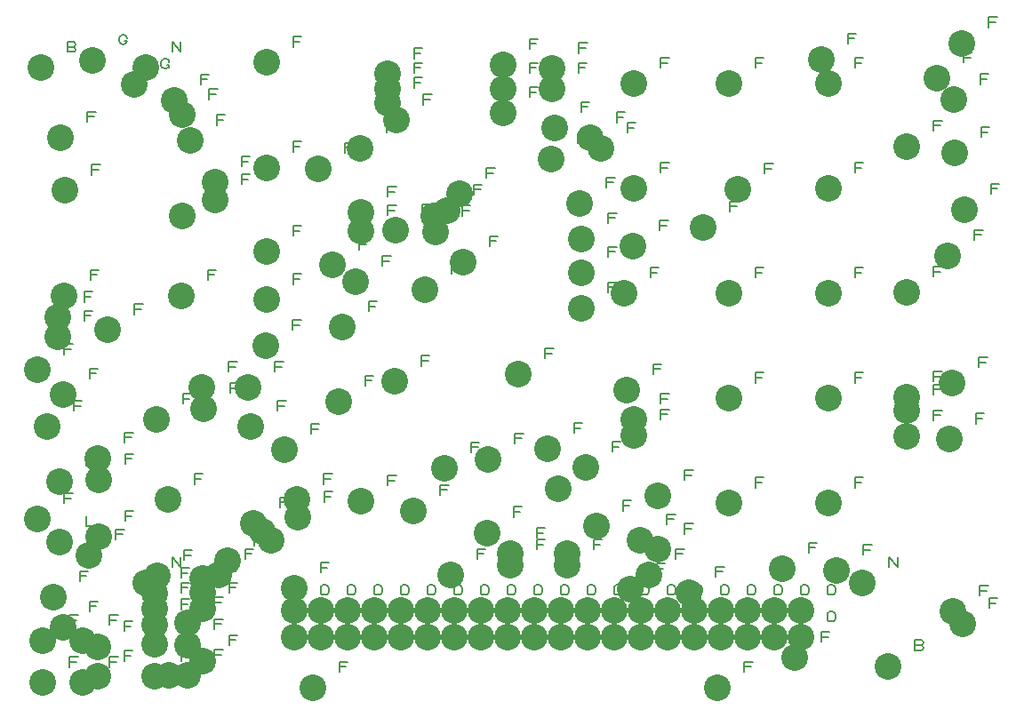
<source format=gbr>
G04 DesignSpark PCB PRO Gerber Version 10.0 Build 5299*
G04 #@! TF.Part,Single*
G04 #@! TF.FileFunction,Drillmap*
G04 #@! TF.FilePolarity,Positive*
%FSLAX35Y35*%
%MOIN*%
%ADD119C,0.00500*%
G04 #@! TA.AperFunction,ViaPad*
%ADD118C,0.10000*%
G04 #@! TD.AperFunction*
X0Y0D02*
D02*
D118*
X20578Y73229D03*
X20579Y129134D03*
X21759Y242520D03*
X22547Y11811D03*
Y27559D03*
X24122Y107874D03*
X26287Y44095D03*
X28059Y141733D03*
Y148819D03*
X28858Y64606D03*
Y87362D03*
X29240Y216339D03*
X30028Y32677D03*
Y120079D03*
X30421Y157087D03*
X30815Y196457D03*
X37508Y11811D03*
Y27559D03*
X39870Y59646D03*
X41051Y245276D03*
X43020Y14173D03*
Y25197D03*
X43216Y96063D03*
X43413Y66536D03*
Y87993D03*
X46838Y144134D03*
X56799Y236221D03*
X60933Y49409D03*
X60933Y242717D03*
X64279Y14173D03*
Y26378D03*
Y33465D03*
Y39764D03*
Y45276D03*
X65067Y110630D03*
X65460Y51969D03*
X69398Y80512D03*
X69791Y14567D03*
X71759Y230315D03*
X74319Y157087D03*
X74909Y186811D03*
Y224804D03*
X76878Y14567D03*
Y25984D03*
Y34252D03*
X77665Y215158D03*
X82193Y122638D03*
X82389Y20079D03*
Y39764D03*
Y45669D03*
Y50788D03*
X82783Y114567D03*
X86960Y192914D03*
Y199607D03*
X88295Y52363D03*
X91838Y57481D03*
X99515Y122638D03*
X100500Y107874D03*
X101287Y71654D03*
X104633Y68504D03*
X106208Y138189D03*
X106405Y155512D03*
Y173622D03*
Y205119D03*
Y244489D03*
X108177Y65355D03*
X113098Y99213D03*
X116618Y28859D03*
Y38859D03*
X116641Y47244D03*
X117822Y80512D03*
X118019Y73820D03*
X123728Y10040D03*
X125696Y204725D03*
X126618Y28859D03*
Y38859D03*
X131208Y168504D03*
X133374Y117323D03*
X134751Y145276D03*
X136618Y28859D03*
Y38859D03*
X139870Y162205D03*
X141444Y212224D03*
X141838Y79922D03*
Y181299D03*
Y188189D03*
X146618Y28859D03*
Y38859D03*
X151680Y229135D03*
Y234646D03*
Y240158D03*
X154437Y124804D03*
X154830Y181496D03*
X155224Y222835D03*
X156618Y28859D03*
Y38859D03*
X161523Y76378D03*
X165854Y159449D03*
X166618Y28859D03*
Y38859D03*
X169004Y187008D03*
X169791Y181103D03*
X173137Y92323D03*
X174122Y188976D03*
X175303Y52363D03*
X176618Y28859D03*
Y38859D03*
X178846Y195276D03*
X180028Y169685D03*
X186618Y28859D03*
Y38859D03*
X189082Y68111D03*
X189476Y95670D03*
X194988Y225591D03*
Y234646D03*
Y243701D03*
X196618Y28859D03*
Y38859D03*
X197744Y55906D03*
Y60237D03*
X200894Y127559D03*
X206618Y28859D03*
Y38859D03*
X211720Y99607D03*
X213098Y208268D03*
X213295Y234646D03*
X213492Y242126D03*
X214279Y220079D03*
X215854Y84646D03*
X216618Y28859D03*
Y38859D03*
X219004Y55906D03*
Y60237D03*
X223925Y191733D03*
X224516Y152362D03*
Y165748D03*
Y178346D03*
X226090Y92520D03*
X226618Y28859D03*
Y38859D03*
X227665Y216142D03*
X230027Y70473D03*
X231602Y212205D03*
X236618Y28859D03*
Y38859D03*
X240264Y157874D03*
X241445Y121654D03*
X242626Y46851D03*
X243807Y175591D03*
X244201Y104724D03*
Y110630D03*
Y197244D03*
Y236614D03*
X246563Y65355D03*
X246618Y28859D03*
Y38859D03*
X249909Y52363D03*
X253256Y61811D03*
Y81890D03*
X256618Y28859D03*
Y38859D03*
X264870Y45670D03*
X266618Y28859D03*
Y38859D03*
X270185Y182678D03*
X275500Y10040D03*
X276618Y28859D03*
Y38859D03*
X279634Y79134D03*
Y118504D03*
Y157874D03*
Y236614D03*
X283177Y196851D03*
X286618Y28859D03*
Y38859D03*
X296618Y28859D03*
Y38859D03*
X299712Y54725D03*
X304437Y21260D03*
X306618Y28859D03*
Y38859D03*
X314279Y245670D03*
X317035Y79134D03*
Y118504D03*
Y157874D03*
Y197244D03*
Y236614D03*
X320185Y53937D03*
X329831Y49409D03*
X339476Y18110D03*
X346563Y104331D03*
Y113977D03*
Y118898D03*
Y158268D03*
Y212993D03*
X357783Y238583D03*
X361917Y172048D03*
X362311Y103150D03*
X363492Y124213D03*
X363885Y38583D03*
X364082Y230512D03*
X364279Y210630D03*
X367232Y251772D03*
X367429Y33858D03*
X368019Y189370D03*
D02*
D119*
X30578Y79166D02*
Y82916D01*
X33704D01*
X33078Y81041D02*
X30578D01*
X30579Y135071D02*
Y138821D01*
X33704D01*
X33079Y136946D02*
X30579D01*
X33947Y250333D02*
X34572Y250020D01*
X34885Y249395D01*
X34572Y248770D01*
X33947Y248457D01*
X31759D01*
Y252207D01*
X33947D01*
X34572Y251895D01*
X34885Y251270D01*
X34572Y250645D01*
X33947Y250333D01*
X31759D01*
X32547Y17748D02*
Y21498D01*
X35672D01*
X35047Y19624D02*
X32547D01*
Y33496D02*
Y37246D01*
X35672D01*
X35047Y35372D02*
X32547D01*
X34122Y113811D02*
Y117561D01*
X37247D01*
X36622Y115687D02*
X34122D01*
X36287Y50032D02*
Y53782D01*
X39412D01*
X38787Y51907D02*
X36287D01*
X38059Y147670D02*
Y151420D01*
X41184D01*
X40559Y149545D02*
X38059D01*
Y154757D02*
Y158507D01*
X41184D01*
X40559Y156632D02*
X38059D01*
X38858Y74294D02*
Y70544D01*
X41983D01*
X38858Y97050D02*
Y93300D01*
X41983D01*
X39240Y222276D02*
Y226026D01*
X42365D01*
X41740Y224152D02*
X39240D01*
X40028Y38615D02*
Y42365D01*
X43153D01*
X42528Y40490D02*
X40028D01*
Y126016D02*
Y129766D01*
X43153D01*
X42528Y127891D02*
X40028D01*
X40421Y163024D02*
Y166774D01*
X43546D01*
X42921Y164899D02*
X40421D01*
X40815Y202394D02*
Y206144D01*
X43940D01*
X43315Y204269D02*
X40815D01*
X47508Y17748D02*
Y21498D01*
X50633D01*
X50008Y19624D02*
X47508D01*
Y33496D02*
Y37246D01*
X50633D01*
X50008Y35372D02*
X47508D01*
X49870Y65583D02*
Y69333D01*
X52995D01*
X52370Y67459D02*
X49870D01*
X53238Y252776D02*
X54176D01*
Y252463D01*
X53863Y251839D01*
X53551Y251526D01*
X52926Y251213D01*
X52301D01*
X51676Y251526D01*
X51363Y251839D01*
X51051Y252463D01*
Y253713D01*
X51363Y254339D01*
X51676Y254651D01*
X52301Y254963D01*
X52926D01*
X53551Y254651D01*
X53863Y254339D01*
X54176Y253713D01*
X53020Y20111D02*
Y23861D01*
X56145D01*
X55520Y21986D02*
X53020D01*
Y31134D02*
Y34884D01*
X56145D01*
X55520Y33009D02*
X53020D01*
X53216Y102001D02*
Y105751D01*
X56341D01*
X55716Y103876D02*
X53216D01*
X53413Y72473D02*
Y76223D01*
X56538D01*
X55913Y74348D02*
X53413D01*
Y93930D02*
Y97680D01*
X56538D01*
X55913Y95805D02*
X53413D01*
X56838Y150072D02*
Y153822D01*
X59963D01*
X59338Y151947D02*
X56838D01*
X68986Y243721D02*
X69924D01*
Y243408D01*
X69611Y242783D01*
X69299Y242471D01*
X68674Y242158D01*
X68049D01*
X67424Y242471D01*
X67111Y242783D01*
X66799Y243408D01*
Y244658D01*
X67111Y245283D01*
X67424Y245596D01*
X68049Y245908D01*
X68674D01*
X69299Y245596D01*
X69611Y245283D01*
X69924Y244658D01*
X70933Y55347D02*
Y59097D01*
X74058Y55347D01*
Y59097D01*
X70933Y248654D02*
Y252404D01*
X74058Y248654D01*
Y252404D01*
X74279Y20111D02*
Y23861D01*
X77404D01*
X76779Y21986D02*
X74279D01*
Y32315D02*
Y36065D01*
X77404D01*
X76779Y34191D02*
X74279D01*
Y39402D02*
Y43152D01*
X77404D01*
X76779Y41277D02*
X74279D01*
Y45701D02*
Y49451D01*
X77404D01*
X76779Y47576D02*
X74279D01*
Y51213D02*
Y54963D01*
X77404D01*
X76779Y53088D02*
X74279D01*
X75067Y116567D02*
Y120317D01*
X78192D01*
X77567Y118443D02*
X75067D01*
X75460Y57906D02*
Y61656D01*
X78585D01*
X77960Y59781D02*
X75460D01*
X79398Y86450D02*
Y90200D01*
X82523D01*
X81898Y88325D02*
X79398D01*
X79791Y20504D02*
Y24254D01*
X82916D01*
X82291Y22380D02*
X79791D01*
X81759Y236253D02*
Y240003D01*
X84885D01*
X84259Y238128D02*
X81759D01*
X84319Y163024D02*
Y166774D01*
X87444D01*
X86819Y164900D02*
X84319D01*
X84909Y192749D02*
Y196499D01*
X88034D01*
X87409Y194624D02*
X84909D01*
Y230741D02*
Y234491D01*
X88034D01*
X87409Y232616D02*
X84909D01*
X86878Y20504D02*
Y24254D01*
X90003D01*
X89378Y22380D02*
X86878D01*
Y31922D02*
Y35672D01*
X90003D01*
X89378Y33797D02*
X86878D01*
Y40189D02*
Y43939D01*
X90003D01*
X89378Y42065D02*
X86878D01*
X87665Y221095D02*
Y224845D01*
X90790D01*
X90165Y222970D02*
X87665D01*
X92193Y128576D02*
Y132326D01*
X95318D01*
X94693Y130451D02*
X92193D01*
X92389Y26016D02*
Y29766D01*
X95515D01*
X94889Y27891D02*
X92389D01*
Y45701D02*
Y49451D01*
X95515D01*
X94889Y47576D02*
X92389D01*
Y51607D02*
Y55357D01*
X95515D01*
X94889Y53482D02*
X92389D01*
Y56725D02*
Y60475D01*
X95515D01*
X94889Y58600D02*
X92389D01*
X92783Y120504D02*
Y124254D01*
X95908D01*
X95283Y122380D02*
X92783D01*
X96960Y198851D02*
Y202601D01*
X100085D01*
X99460Y200726D02*
X96960D01*
Y205544D02*
Y209294D01*
X100085D01*
X99460Y207419D02*
X96960D01*
X98295Y58300D02*
Y62050D01*
X101420D01*
X100795Y60175D02*
X98295D01*
X101838Y63418D02*
Y67168D01*
X104963D01*
X104338Y65293D02*
X101838D01*
X109515Y128576D02*
Y132326D01*
X112641D01*
X112015Y130451D02*
X109515D01*
X110500Y113812D02*
Y117562D01*
X113625D01*
X113000Y115687D02*
X110500D01*
X111287Y77591D02*
Y81341D01*
X114412D01*
X113787Y79467D02*
X111287D01*
X114633Y74442D02*
Y78192D01*
X117759D01*
X117133Y76317D02*
X114633D01*
X116208Y144127D02*
Y147877D01*
X119333D01*
X118708Y146002D02*
X116208D01*
X116405Y161450D02*
Y165200D01*
X119530D01*
X118905Y163325D02*
X116405D01*
Y179560D02*
Y183310D01*
X119530D01*
X118905Y181435D02*
X116405D01*
Y211056D02*
Y214806D01*
X119530D01*
X118905Y212931D02*
X116405D01*
Y250426D02*
Y254176D01*
X119530D01*
X118905Y252301D02*
X116405D01*
X118177Y71292D02*
Y75042D01*
X121302D01*
X120677Y73167D02*
X118177D01*
X123098Y105150D02*
Y108900D01*
X126223D01*
X125598Y107026D02*
X123098D01*
X126618Y36046D02*
Y37296D01*
X126930Y37921D01*
X127243Y38234D01*
X127868Y38546D01*
X128493D01*
X129118Y38234D01*
X129430Y37921D01*
X129743Y37296D01*
Y36046D01*
X129430Y35421D01*
X129118Y35109D01*
X128493Y34796D01*
X127868D01*
X127243Y35109D01*
X126930Y35421D01*
X126618Y36046D01*
Y46046D02*
Y47296D01*
X126930Y47921D01*
X127243Y48234D01*
X127868Y48546D01*
X128493D01*
X129118Y48234D01*
X129430Y47921D01*
X129743Y47296D01*
Y46046D01*
X129430Y45421D01*
X129118Y45109D01*
X128493Y44796D01*
X127868D01*
X127243Y45109D01*
X126930Y45421D01*
X126618Y46046D01*
X126641Y53182D02*
Y56932D01*
X129767D01*
X129141Y55057D02*
X126641D01*
X127822Y86450D02*
Y90200D01*
X130948D01*
X130322Y88325D02*
X127822D01*
X128019Y79757D02*
Y83507D01*
X131144D01*
X130519Y81632D02*
X128019D01*
X133728Y15977D02*
Y19727D01*
X136853D01*
X136228Y17852D02*
X133728D01*
X135696Y210662D02*
Y214412D01*
X138822D01*
X138196Y212537D02*
X135696D01*
X136618Y36046D02*
Y37296D01*
X136930Y37921D01*
X137243Y38234D01*
X137868Y38546D01*
X138493D01*
X139118Y38234D01*
X139430Y37921D01*
X139743Y37296D01*
Y36046D01*
X139430Y35421D01*
X139118Y35109D01*
X138493Y34796D01*
X137868D01*
X137243Y35109D01*
X136930Y35421D01*
X136618Y36046D01*
Y46046D02*
Y47296D01*
X136930Y47921D01*
X137243Y48234D01*
X137868Y48546D01*
X138493D01*
X139118Y48234D01*
X139430Y47921D01*
X139743Y47296D01*
Y46046D01*
X139430Y45421D01*
X139118Y45109D01*
X138493Y44796D01*
X137868D01*
X137243Y45109D01*
X136930Y45421D01*
X136618Y46046D01*
X141208Y174442D02*
Y178192D01*
X144333D01*
X143708Y176317D02*
X141208D01*
X143374Y123261D02*
Y127011D01*
X146499D01*
X145874Y125136D02*
X143374D01*
X144751Y151213D02*
Y154963D01*
X147876D01*
X147251Y153088D02*
X144751D01*
X146618Y36046D02*
Y37296D01*
X146930Y37921D01*
X147243Y38234D01*
X147868Y38546D01*
X148493D01*
X149118Y38234D01*
X149430Y37921D01*
X149743Y37296D01*
Y36046D01*
X149430Y35421D01*
X149118Y35109D01*
X148493Y34796D01*
X147868D01*
X147243Y35109D01*
X146930Y35421D01*
X146618Y36046D01*
Y46046D02*
Y47296D01*
X146930Y47921D01*
X147243Y48234D01*
X147868Y48546D01*
X148493D01*
X149118Y48234D01*
X149430Y47921D01*
X149743Y47296D01*
Y46046D01*
X149430Y45421D01*
X149118Y45109D01*
X148493Y44796D01*
X147868D01*
X147243Y45109D01*
X146930Y45421D01*
X146618Y46046D01*
X149870Y168143D02*
Y171893D01*
X152995D01*
X152370Y170018D02*
X149870D01*
X151444Y218162D02*
Y221912D01*
X154570D01*
X153944Y220037D02*
X151444D01*
X151838Y85859D02*
Y89609D01*
X154963D01*
X154338Y87734D02*
X151838D01*
Y187237D02*
Y190987D01*
X154963D01*
X154338Y189112D02*
X151838D01*
Y194127D02*
Y197877D01*
X154963D01*
X154338Y196002D02*
X151838D01*
X156618Y36046D02*
Y37296D01*
X156930Y37921D01*
X157243Y38234D01*
X157868Y38546D01*
X158493D01*
X159118Y38234D01*
X159430Y37921D01*
X159743Y37296D01*
Y36046D01*
X159430Y35421D01*
X159118Y35109D01*
X158493Y34796D01*
X157868D01*
X157243Y35109D01*
X156930Y35421D01*
X156618Y36046D01*
Y46046D02*
Y47296D01*
X156930Y47921D01*
X157243Y48234D01*
X157868Y48546D01*
X158493D01*
X159118Y48234D01*
X159430Y47921D01*
X159743Y47296D01*
Y46046D01*
X159430Y45421D01*
X159118Y45109D01*
X158493Y44796D01*
X157868D01*
X157243Y45109D01*
X156930Y45421D01*
X156618Y46046D01*
X161680Y235072D02*
Y238822D01*
X164806D01*
X164180Y236947D02*
X161680D01*
Y240584D02*
Y244334D01*
X164806D01*
X164180Y242459D02*
X161680D01*
Y246096D02*
Y249846D01*
X164806D01*
X164180Y247971D02*
X161680D01*
X164437Y130741D02*
Y134491D01*
X167562D01*
X166937Y132616D02*
X164437D01*
X164830Y187434D02*
Y191184D01*
X167956D01*
X167330Y189309D02*
X164830D01*
X165224Y228772D02*
Y232522D01*
X168349D01*
X167724Y230648D02*
X165224D01*
X166618Y36046D02*
Y37296D01*
X166930Y37921D01*
X167243Y38234D01*
X167868Y38546D01*
X168493D01*
X169118Y38234D01*
X169430Y37921D01*
X169743Y37296D01*
Y36046D01*
X169430Y35421D01*
X169118Y35109D01*
X168493Y34796D01*
X167868D01*
X167243Y35109D01*
X166930Y35421D01*
X166618Y36046D01*
Y46046D02*
Y47296D01*
X166930Y47921D01*
X167243Y48234D01*
X167868Y48546D01*
X168493D01*
X169118Y48234D01*
X169430Y47921D01*
X169743Y47296D01*
Y46046D01*
X169430Y45421D01*
X169118Y45109D01*
X168493Y44796D01*
X167868D01*
X167243Y45109D01*
X166930Y45421D01*
X166618Y46046D01*
X171523Y82316D02*
Y86066D01*
X174648D01*
X174023Y84191D02*
X171523D01*
X175854Y165387D02*
Y169137D01*
X178979D01*
X178354Y167262D02*
X175854D01*
X176618Y36046D02*
Y37296D01*
X176930Y37921D01*
X177243Y38234D01*
X177868Y38546D01*
X178493D01*
X179118Y38234D01*
X179430Y37921D01*
X179743Y37296D01*
Y36046D01*
X179430Y35421D01*
X179118Y35109D01*
X178493Y34796D01*
X177868D01*
X177243Y35109D01*
X176930Y35421D01*
X176618Y36046D01*
Y46046D02*
Y47296D01*
X176930Y47921D01*
X177243Y48234D01*
X177868Y48546D01*
X178493D01*
X179118Y48234D01*
X179430Y47921D01*
X179743Y47296D01*
Y46046D01*
X179430Y45421D01*
X179118Y45109D01*
X178493Y44796D01*
X177868D01*
X177243Y45109D01*
X176930Y45421D01*
X176618Y46046D01*
X179004Y192946D02*
Y196696D01*
X182129D01*
X181504Y194821D02*
X179004D01*
X179791Y187040D02*
Y190790D01*
X182916D01*
X182291Y188915D02*
X179791D01*
X183137Y98261D02*
Y102011D01*
X186263D01*
X185637Y100136D02*
X183137D01*
X184122Y194914D02*
Y198664D01*
X187247D01*
X186622Y196789D02*
X184122D01*
X185303Y58300D02*
Y62050D01*
X188428D01*
X187803Y60175D02*
X185303D01*
X186618Y36046D02*
Y37296D01*
X186930Y37921D01*
X187243Y38234D01*
X187868Y38546D01*
X188493D01*
X189118Y38234D01*
X189430Y37921D01*
X189743Y37296D01*
Y36046D01*
X189430Y35421D01*
X189118Y35109D01*
X188493Y34796D01*
X187868D01*
X187243Y35109D01*
X186930Y35421D01*
X186618Y36046D01*
Y46046D02*
Y47296D01*
X186930Y47921D01*
X187243Y48234D01*
X187868Y48546D01*
X188493D01*
X189118Y48234D01*
X189430Y47921D01*
X189743Y47296D01*
Y46046D01*
X189430Y45421D01*
X189118Y45109D01*
X188493Y44796D01*
X187868D01*
X187243Y45109D01*
X186930Y45421D01*
X186618Y46046D01*
X188846Y201213D02*
Y204963D01*
X191971D01*
X191346Y203089D02*
X188846D01*
X190028Y175622D02*
Y179372D01*
X193153D01*
X192528Y177498D02*
X190028D01*
X196618Y36046D02*
Y37296D01*
X196930Y37921D01*
X197243Y38234D01*
X197868Y38546D01*
X198493D01*
X199118Y38234D01*
X199430Y37921D01*
X199743Y37296D01*
Y36046D01*
X199430Y35421D01*
X199118Y35109D01*
X198493Y34796D01*
X197868D01*
X197243Y35109D01*
X196930Y35421D01*
X196618Y36046D01*
Y46046D02*
Y47296D01*
X196930Y47921D01*
X197243Y48234D01*
X197868Y48546D01*
X198493D01*
X199118Y48234D01*
X199430Y47921D01*
X199743Y47296D01*
Y46046D01*
X199430Y45421D01*
X199118Y45109D01*
X198493Y44796D01*
X197868D01*
X197243Y45109D01*
X196930Y45421D01*
X196618Y46046D01*
X199082Y74048D02*
Y77798D01*
X202207D01*
X201582Y75923D02*
X199082D01*
X199476Y101607D02*
Y105357D01*
X202601D01*
X201976Y103482D02*
X199476D01*
X204988Y231528D02*
Y235278D01*
X208113D01*
X207488Y233404D02*
X204988D01*
Y240583D02*
Y244333D01*
X208113D01*
X207488Y242459D02*
X204988D01*
Y249639D02*
Y253389D01*
X208113D01*
X207488Y251514D02*
X204988D01*
X206618Y36046D02*
Y37296D01*
X206930Y37921D01*
X207243Y38234D01*
X207868Y38546D01*
X208493D01*
X209118Y38234D01*
X209430Y37921D01*
X209743Y37296D01*
Y36046D01*
X209430Y35421D01*
X209118Y35109D01*
X208493Y34796D01*
X207868D01*
X207243Y35109D01*
X206930Y35421D01*
X206618Y36046D01*
Y46046D02*
Y47296D01*
X206930Y47921D01*
X207243Y48234D01*
X207868Y48546D01*
X208493D01*
X209118Y48234D01*
X209430Y47921D01*
X209743Y47296D01*
Y46046D01*
X209430Y45421D01*
X209118Y45109D01*
X208493Y44796D01*
X207868D01*
X207243Y45109D01*
X206930Y45421D01*
X206618Y46046D01*
X207744Y61843D02*
Y65593D01*
X210869D01*
X210244Y63719D02*
X207744D01*
Y66174D02*
Y69924D01*
X210869D01*
X210244Y68049D02*
X207744D01*
X210894Y133497D02*
Y137247D01*
X214019D01*
X213394Y135372D02*
X210894D01*
X216618Y36046D02*
Y37296D01*
X216930Y37921D01*
X217243Y38234D01*
X217868Y38546D01*
X218493D01*
X219118Y38234D01*
X219430Y37921D01*
X219743Y37296D01*
Y36046D01*
X219430Y35421D01*
X219118Y35109D01*
X218493Y34796D01*
X217868D01*
X217243Y35109D01*
X216930Y35421D01*
X216618Y36046D01*
Y46046D02*
Y47296D01*
X216930Y47921D01*
X217243Y48234D01*
X217868Y48546D01*
X218493D01*
X219118Y48234D01*
X219430Y47921D01*
X219743Y47296D01*
Y46046D01*
X219430Y45421D01*
X219118Y45109D01*
X218493Y44796D01*
X217868D01*
X217243Y45109D01*
X216930Y45421D01*
X216618Y46046D01*
X221720Y105544D02*
Y109294D01*
X224846D01*
X224220Y107419D02*
X221720D01*
X223098Y214205D02*
Y217955D01*
X226224D01*
X225598Y216080D02*
X223098D01*
X223295Y240583D02*
Y244333D01*
X226420D01*
X225795Y242459D02*
X223295D01*
X223492Y248064D02*
Y251814D01*
X226617D01*
X225992Y249939D02*
X223492D01*
X224279Y226016D02*
Y229766D01*
X227404D01*
X226779Y227891D02*
X224279D01*
X225854Y90583D02*
Y94333D01*
X228979D01*
X228354Y92459D02*
X225854D01*
X226618Y36046D02*
Y37296D01*
X226930Y37921D01*
X227243Y38234D01*
X227868Y38546D01*
X228493D01*
X229118Y38234D01*
X229430Y37921D01*
X229743Y37296D01*
Y36046D01*
X229430Y35421D01*
X229118Y35109D01*
X228493Y34796D01*
X227868D01*
X227243Y35109D01*
X226930Y35421D01*
X226618Y36046D01*
Y46046D02*
Y47296D01*
X226930Y47921D01*
X227243Y48234D01*
X227868Y48546D01*
X228493D01*
X229118Y48234D01*
X229430Y47921D01*
X229743Y47296D01*
Y46046D01*
X229430Y45421D01*
X229118Y45109D01*
X228493Y44796D01*
X227868D01*
X227243Y45109D01*
X226930Y45421D01*
X226618Y46046D01*
X229004Y61843D02*
Y65593D01*
X232129D01*
X231504Y63719D02*
X229004D01*
Y66174D02*
Y69924D01*
X232129D01*
X231504Y68049D02*
X229004D01*
X233925Y197670D02*
Y201420D01*
X237050D01*
X236425Y199545D02*
X233925D01*
X234516Y158300D02*
Y162050D01*
X237641D01*
X237016Y160175D02*
X234516D01*
Y171685D02*
Y175435D01*
X237641D01*
X237016Y173561D02*
X234516D01*
Y184284D02*
Y188034D01*
X237641D01*
X237016Y186159D02*
X234516D01*
X236090Y98457D02*
Y102207D01*
X239215D01*
X238590Y100333D02*
X236090D01*
X236618Y36046D02*
Y37296D01*
X236930Y37921D01*
X237243Y38234D01*
X237868Y38546D01*
X238493D01*
X239118Y38234D01*
X239430Y37921D01*
X239743Y37296D01*
Y36046D01*
X239430Y35421D01*
X239118Y35109D01*
X238493Y34796D01*
X237868D01*
X237243Y35109D01*
X236930Y35421D01*
X236618Y36046D01*
Y46046D02*
Y47296D01*
X236930Y47921D01*
X237243Y48234D01*
X237868Y48546D01*
X238493D01*
X239118Y48234D01*
X239430Y47921D01*
X239743Y47296D01*
Y46046D01*
X239430Y45421D01*
X239118Y45109D01*
X238493Y44796D01*
X237868D01*
X237243Y45109D01*
X236930Y45421D01*
X236618Y46046D01*
X237665Y222079D02*
Y225829D01*
X240790D01*
X240165Y223954D02*
X237665D01*
X240027Y76410D02*
Y80160D01*
X243152D01*
X242527Y78285D02*
X240027D01*
X241602Y218142D02*
Y221892D01*
X244727D01*
X244102Y220017D02*
X241602D01*
X246618Y36046D02*
Y37296D01*
X246930Y37921D01*
X247243Y38234D01*
X247868Y38546D01*
X248493D01*
X249118Y38234D01*
X249430Y37921D01*
X249743Y37296D01*
Y36046D01*
X249430Y35421D01*
X249118Y35109D01*
X248493Y34796D01*
X247868D01*
X247243Y35109D01*
X246930Y35421D01*
X246618Y36046D01*
Y46046D02*
Y47296D01*
X246930Y47921D01*
X247243Y48234D01*
X247868Y48546D01*
X248493D01*
X249118Y48234D01*
X249430Y47921D01*
X249743Y47296D01*
Y46046D01*
X249430Y45421D01*
X249118Y45109D01*
X248493Y44796D01*
X247868D01*
X247243Y45109D01*
X246930Y45421D01*
X246618Y46046D01*
X250264Y163811D02*
Y167561D01*
X253389D01*
X252764Y165687D02*
X250264D01*
X251445Y127591D02*
Y131341D01*
X254570D01*
X253945Y129466D02*
X251445D01*
X252626Y52788D02*
Y56538D01*
X255751D01*
X255126Y54663D02*
X252626D01*
X253807Y181528D02*
Y185278D01*
X256932D01*
X256307Y183403D02*
X253807D01*
X254201Y110662D02*
Y114412D01*
X257326D01*
X256701Y112537D02*
X254201D01*
Y116567D02*
Y120317D01*
X257326D01*
X256701Y118443D02*
X254201D01*
Y203181D02*
Y206931D01*
X257326D01*
X256701Y205057D02*
X254201D01*
Y242552D02*
Y246302D01*
X257326D01*
X256701Y244427D02*
X254201D01*
X256563Y71292D02*
Y75042D01*
X259688D01*
X259063Y73167D02*
X256563D01*
X256618Y36046D02*
Y37296D01*
X256930Y37921D01*
X257243Y38234D01*
X257868Y38546D01*
X258493D01*
X259118Y38234D01*
X259430Y37921D01*
X259743Y37296D01*
Y36046D01*
X259430Y35421D01*
X259118Y35109D01*
X258493Y34796D01*
X257868D01*
X257243Y35109D01*
X256930Y35421D01*
X256618Y36046D01*
Y46046D02*
Y47296D01*
X256930Y47921D01*
X257243Y48234D01*
X257868Y48546D01*
X258493D01*
X259118Y48234D01*
X259430Y47921D01*
X259743Y47296D01*
Y46046D01*
X259430Y45421D01*
X259118Y45109D01*
X258493Y44796D01*
X257868D01*
X257243Y45109D01*
X256930Y45421D01*
X256618Y46046D01*
X259909Y58300D02*
Y62050D01*
X263034D01*
X262409Y60175D02*
X259909D01*
X263256Y67749D02*
Y71499D01*
X266381D01*
X265756Y69624D02*
X263256D01*
Y87827D02*
Y91577D01*
X266381D01*
X265756Y89702D02*
X263256D01*
X266618Y36046D02*
Y37296D01*
X266930Y37921D01*
X267243Y38234D01*
X267868Y38546D01*
X268493D01*
X269118Y38234D01*
X269430Y37921D01*
X269743Y37296D01*
Y36046D01*
X269430Y35421D01*
X269118Y35109D01*
X268493Y34796D01*
X267868D01*
X267243Y35109D01*
X266930Y35421D01*
X266618Y36046D01*
Y46046D02*
Y47296D01*
X266930Y47921D01*
X267243Y48234D01*
X267868Y48546D01*
X268493D01*
X269118Y48234D01*
X269430Y47921D01*
X269743Y47296D01*
Y46046D01*
X269430Y45421D01*
X269118Y45109D01*
X268493Y44796D01*
X267868D01*
X267243Y45109D01*
X266930Y45421D01*
X266618Y46046D01*
X274870Y51607D02*
Y55357D01*
X277995D01*
X277370Y53482D02*
X274870D01*
X276618Y36046D02*
Y37296D01*
X276930Y37921D01*
X277243Y38234D01*
X277868Y38546D01*
X278493D01*
X279118Y38234D01*
X279430Y37921D01*
X279743Y37296D01*
Y36046D01*
X279430Y35421D01*
X279118Y35109D01*
X278493Y34796D01*
X277868D01*
X277243Y35109D01*
X276930Y35421D01*
X276618Y36046D01*
Y46046D02*
Y47296D01*
X276930Y47921D01*
X277243Y48234D01*
X277868Y48546D01*
X278493D01*
X279118Y48234D01*
X279430Y47921D01*
X279743Y47296D01*
Y46046D01*
X279430Y45421D01*
X279118Y45109D01*
X278493Y44796D01*
X277868D01*
X277243Y45109D01*
X276930Y45421D01*
X276618Y46046D01*
X280185Y188615D02*
Y192365D01*
X283310D01*
X282685Y190490D02*
X280185D01*
X285500Y15977D02*
Y19727D01*
X288625D01*
X288000Y17852D02*
X285500D01*
X286618Y36046D02*
Y37296D01*
X286930Y37921D01*
X287243Y38234D01*
X287868Y38546D01*
X288493D01*
X289118Y38234D01*
X289430Y37921D01*
X289743Y37296D01*
Y36046D01*
X289430Y35421D01*
X289118Y35109D01*
X288493Y34796D01*
X287868D01*
X287243Y35109D01*
X286930Y35421D01*
X286618Y36046D01*
Y46046D02*
Y47296D01*
X286930Y47921D01*
X287243Y48234D01*
X287868Y48546D01*
X288493D01*
X289118Y48234D01*
X289430Y47921D01*
X289743Y47296D01*
Y46046D01*
X289430Y45421D01*
X289118Y45109D01*
X288493Y44796D01*
X287868D01*
X287243Y45109D01*
X286930Y45421D01*
X286618Y46046D01*
X289634Y85071D02*
Y88821D01*
X292759D01*
X292134Y86946D02*
X289634D01*
Y124441D02*
Y128191D01*
X292759D01*
X292134Y126317D02*
X289634D01*
Y163811D02*
Y167561D01*
X292759D01*
X292134Y165687D02*
X289634D01*
Y242552D02*
Y246302D01*
X292759D01*
X292134Y244427D02*
X289634D01*
X293177Y202788D02*
Y206538D01*
X296302D01*
X295677Y204663D02*
X293177D01*
X296618Y36046D02*
Y37296D01*
X296930Y37921D01*
X297243Y38234D01*
X297868Y38546D01*
X298493D01*
X299118Y38234D01*
X299430Y37921D01*
X299743Y37296D01*
Y36046D01*
X299430Y35421D01*
X299118Y35109D01*
X298493Y34796D01*
X297868D01*
X297243Y35109D01*
X296930Y35421D01*
X296618Y36046D01*
Y46046D02*
Y47296D01*
X296930Y47921D01*
X297243Y48234D01*
X297868Y48546D01*
X298493D01*
X299118Y48234D01*
X299430Y47921D01*
X299743Y47296D01*
Y46046D01*
X299430Y45421D01*
X299118Y45109D01*
X298493Y44796D01*
X297868D01*
X297243Y45109D01*
X296930Y45421D01*
X296618Y46046D01*
X306618Y36046D02*
Y37296D01*
X306930Y37921D01*
X307243Y38234D01*
X307868Y38546D01*
X308493D01*
X309118Y38234D01*
X309430Y37921D01*
X309743Y37296D01*
Y36046D01*
X309430Y35421D01*
X309118Y35109D01*
X308493Y34796D01*
X307868D01*
X307243Y35109D01*
X306930Y35421D01*
X306618Y36046D01*
Y46046D02*
Y47296D01*
X306930Y47921D01*
X307243Y48234D01*
X307868Y48546D01*
X308493D01*
X309118Y48234D01*
X309430Y47921D01*
X309743Y47296D01*
Y46046D01*
X309430Y45421D01*
X309118Y45109D01*
X308493Y44796D01*
X307868D01*
X307243Y45109D01*
X306930Y45421D01*
X306618Y46046D01*
X309712Y60662D02*
Y64412D01*
X312837D01*
X312212Y62537D02*
X309712D01*
X314437Y27198D02*
Y30948D01*
X317562D01*
X316937Y29073D02*
X314437D01*
X316618Y36046D02*
Y37296D01*
X316930Y37921D01*
X317243Y38234D01*
X317868Y38546D01*
X318493D01*
X319118Y38234D01*
X319430Y37921D01*
X319743Y37296D01*
Y36046D01*
X319430Y35421D01*
X319118Y35109D01*
X318493Y34796D01*
X317868D01*
X317243Y35109D01*
X316930Y35421D01*
X316618Y36046D01*
Y46046D02*
Y47296D01*
X316930Y47921D01*
X317243Y48234D01*
X317868Y48546D01*
X318493D01*
X319118Y48234D01*
X319430Y47921D01*
X319743Y47296D01*
Y46046D01*
X319430Y45421D01*
X319118Y45109D01*
X318493Y44796D01*
X317868D01*
X317243Y45109D01*
X316930Y45421D01*
X316618Y46046D01*
X324279Y251607D02*
Y255357D01*
X327404D01*
X326779Y253482D02*
X324279D01*
X327035Y85071D02*
Y88821D01*
X330161D01*
X329535Y86946D02*
X327035D01*
Y124441D02*
Y128191D01*
X330161D01*
X329535Y126317D02*
X327035D01*
Y163811D02*
Y167561D01*
X330161D01*
X329535Y165687D02*
X327035D01*
Y203181D02*
Y206931D01*
X330161D01*
X329535Y205057D02*
X327035D01*
Y242552D02*
Y246302D01*
X330161D01*
X329535Y244427D02*
X327035D01*
X330185Y59875D02*
Y63625D01*
X333310D01*
X332685Y61750D02*
X330185D01*
X339831Y55347D02*
Y59097D01*
X342956Y55347D01*
Y59097D01*
X351664Y25923D02*
X352289Y25610D01*
X352602Y24985D01*
X352289Y24360D01*
X351664Y24048D01*
X349476D01*
Y27798D01*
X351664D01*
X352289Y27485D01*
X352602Y26860D01*
X352289Y26235D01*
X351664Y25923D01*
X349476D01*
X356563Y110268D02*
Y114018D01*
X359688D01*
X359063Y112143D02*
X356563D01*
Y119914D02*
Y123664D01*
X359688D01*
X359063Y121789D02*
X356563D01*
Y124835D02*
Y128585D01*
X359688D01*
X359063Y126710D02*
X356563D01*
Y164206D02*
Y167956D01*
X359688D01*
X359063Y166081D02*
X356563D01*
Y218930D02*
Y222680D01*
X359688D01*
X359063Y220805D02*
X356563D01*
X367783Y244520D02*
Y248270D01*
X370908D01*
X370283Y246396D02*
X367783D01*
X371917Y177985D02*
Y181735D01*
X375042D01*
X374417Y179860D02*
X371917D01*
X372311Y109087D02*
Y112837D01*
X375436D01*
X374811Y110962D02*
X372311D01*
X373492Y130150D02*
Y133900D01*
X376617D01*
X375992Y132026D02*
X373492D01*
X373885Y44520D02*
Y48270D01*
X377011D01*
X376385Y46396D02*
X373885D01*
X374082Y236450D02*
Y240200D01*
X377207D01*
X376582Y238325D02*
X374082D01*
X374279Y216568D02*
Y220318D01*
X377404D01*
X376779Y218443D02*
X374279D01*
X377232Y257709D02*
Y261459D01*
X380357D01*
X379732Y259585D02*
X377232D01*
X377429Y39796D02*
Y43546D01*
X380554D01*
X379929Y41671D02*
X377429D01*
X378019Y195308D02*
Y199058D01*
X381144D01*
X380519Y197183D02*
X378019D01*
X0Y0D02*
M02*

</source>
